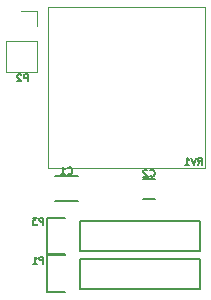
<source format=gbo>
G04 #@! TF.FileFunction,Legend,Bot*
%FSLAX46Y46*%
G04 Gerber Fmt 4.6, Leading zero omitted, Abs format (unit mm)*
G04 Created by KiCad (PCBNEW 4.0.4-1.fc24-product) date Wed Jun 13 23:19:50 2018*
%MOMM*%
%LPD*%
G01*
G04 APERTURE LIST*
%ADD10C,0.100000*%
%ADD11C,0.150000*%
%ADD12C,0.120000*%
G04 APERTURE END LIST*
D10*
D11*
X146920000Y-89450000D02*
X145370000Y-89450000D01*
X145370000Y-89450000D02*
X145370000Y-92550000D01*
X145370000Y-92550000D02*
X146920000Y-92550000D01*
X148190000Y-92270000D02*
X158350000Y-92270000D01*
X158350000Y-92270000D02*
X158350000Y-89730000D01*
X158350000Y-89730000D02*
X148190000Y-89730000D01*
X148190000Y-92270000D02*
X148190000Y-89730000D01*
X146920000Y-92650000D02*
X145370000Y-92650000D01*
X145370000Y-92650000D02*
X145370000Y-95750000D01*
X145370000Y-95750000D02*
X146920000Y-95750000D01*
X148190000Y-95470000D02*
X158350000Y-95470000D01*
X158350000Y-95470000D02*
X158350000Y-92930000D01*
X158350000Y-92930000D02*
X148190000Y-92930000D01*
X148190000Y-95470000D02*
X148190000Y-92930000D01*
D12*
X158750000Y-85260000D02*
X158750000Y-71640000D01*
X145440000Y-85260000D02*
X145440000Y-71640000D01*
X158750000Y-85260000D02*
X145440000Y-85260000D01*
X158750000Y-71640000D02*
X145440000Y-71640000D01*
X144530000Y-77130000D02*
X141870000Y-77130000D01*
X144530000Y-74530000D02*
X144530000Y-77130000D01*
X141870000Y-74530000D02*
X141870000Y-77130000D01*
X144530000Y-74530000D02*
X141870000Y-74530000D01*
X144530000Y-73260000D02*
X144530000Y-71930000D01*
X144530000Y-71930000D02*
X143200000Y-71930000D01*
D11*
X146000000Y-85975000D02*
X148000000Y-85975000D01*
X148000000Y-88025000D02*
X146000000Y-88025000D01*
X153500000Y-86150000D02*
X154500000Y-86150000D01*
X154500000Y-87850000D02*
X153500000Y-87850000D01*
X145062857Y-90071429D02*
X145062857Y-89471429D01*
X144834285Y-89471429D01*
X144777143Y-89500000D01*
X144748571Y-89528571D01*
X144720000Y-89585714D01*
X144720000Y-89671429D01*
X144748571Y-89728571D01*
X144777143Y-89757143D01*
X144834285Y-89785714D01*
X145062857Y-89785714D01*
X144520000Y-89471429D02*
X144148571Y-89471429D01*
X144348571Y-89700000D01*
X144262857Y-89700000D01*
X144205714Y-89728571D01*
X144177143Y-89757143D01*
X144148571Y-89814286D01*
X144148571Y-89957143D01*
X144177143Y-90014286D01*
X144205714Y-90042857D01*
X144262857Y-90071429D01*
X144434285Y-90071429D01*
X144491428Y-90042857D01*
X144520000Y-90014286D01*
X145062857Y-93371429D02*
X145062857Y-92771429D01*
X144834285Y-92771429D01*
X144777143Y-92800000D01*
X144748571Y-92828571D01*
X144720000Y-92885714D01*
X144720000Y-92971429D01*
X144748571Y-93028571D01*
X144777143Y-93057143D01*
X144834285Y-93085714D01*
X145062857Y-93085714D01*
X144148571Y-93371429D02*
X144491428Y-93371429D01*
X144320000Y-93371429D02*
X144320000Y-92771429D01*
X144377143Y-92857143D01*
X144434285Y-92914286D01*
X144491428Y-92942857D01*
X158157143Y-84971429D02*
X158357143Y-84685714D01*
X158500000Y-84971429D02*
X158500000Y-84371429D01*
X158271428Y-84371429D01*
X158214286Y-84400000D01*
X158185714Y-84428571D01*
X158157143Y-84485714D01*
X158157143Y-84571429D01*
X158185714Y-84628571D01*
X158214286Y-84657143D01*
X158271428Y-84685714D01*
X158500000Y-84685714D01*
X157985714Y-84371429D02*
X157785714Y-84971429D01*
X157585714Y-84371429D01*
X157071428Y-84971429D02*
X157414285Y-84971429D01*
X157242857Y-84971429D02*
X157242857Y-84371429D01*
X157300000Y-84457143D01*
X157357142Y-84514286D01*
X157414285Y-84542857D01*
X143742857Y-77931429D02*
X143742857Y-77331429D01*
X143514285Y-77331429D01*
X143457143Y-77360000D01*
X143428571Y-77388571D01*
X143400000Y-77445714D01*
X143400000Y-77531429D01*
X143428571Y-77588571D01*
X143457143Y-77617143D01*
X143514285Y-77645714D01*
X143742857Y-77645714D01*
X143171428Y-77388571D02*
X143142857Y-77360000D01*
X143085714Y-77331429D01*
X142942857Y-77331429D01*
X142885714Y-77360000D01*
X142857143Y-77388571D01*
X142828571Y-77445714D01*
X142828571Y-77502857D01*
X142857143Y-77588571D01*
X143200000Y-77931429D01*
X142828571Y-77931429D01*
X147100000Y-85739285D02*
X147128571Y-85767856D01*
X147214285Y-85796428D01*
X147271428Y-85796428D01*
X147357143Y-85767856D01*
X147414285Y-85710713D01*
X147442857Y-85653570D01*
X147471428Y-85539285D01*
X147471428Y-85453570D01*
X147442857Y-85339285D01*
X147414285Y-85282142D01*
X147357143Y-85224999D01*
X147271428Y-85196428D01*
X147214285Y-85196428D01*
X147128571Y-85224999D01*
X147100000Y-85253570D01*
X146528571Y-85796428D02*
X146871428Y-85796428D01*
X146700000Y-85796428D02*
X146700000Y-85196428D01*
X146757143Y-85282142D01*
X146814285Y-85339285D01*
X146871428Y-85367856D01*
X154100000Y-85939285D02*
X154128571Y-85967856D01*
X154214285Y-85996428D01*
X154271428Y-85996428D01*
X154357143Y-85967856D01*
X154414285Y-85910713D01*
X154442857Y-85853570D01*
X154471428Y-85739285D01*
X154471428Y-85653570D01*
X154442857Y-85539285D01*
X154414285Y-85482142D01*
X154357143Y-85424999D01*
X154271428Y-85396428D01*
X154214285Y-85396428D01*
X154128571Y-85424999D01*
X154100000Y-85453570D01*
X153871428Y-85453570D02*
X153842857Y-85424999D01*
X153785714Y-85396428D01*
X153642857Y-85396428D01*
X153585714Y-85424999D01*
X153557143Y-85453570D01*
X153528571Y-85510713D01*
X153528571Y-85567856D01*
X153557143Y-85653570D01*
X153900000Y-85996428D01*
X153528571Y-85996428D01*
M02*

</source>
